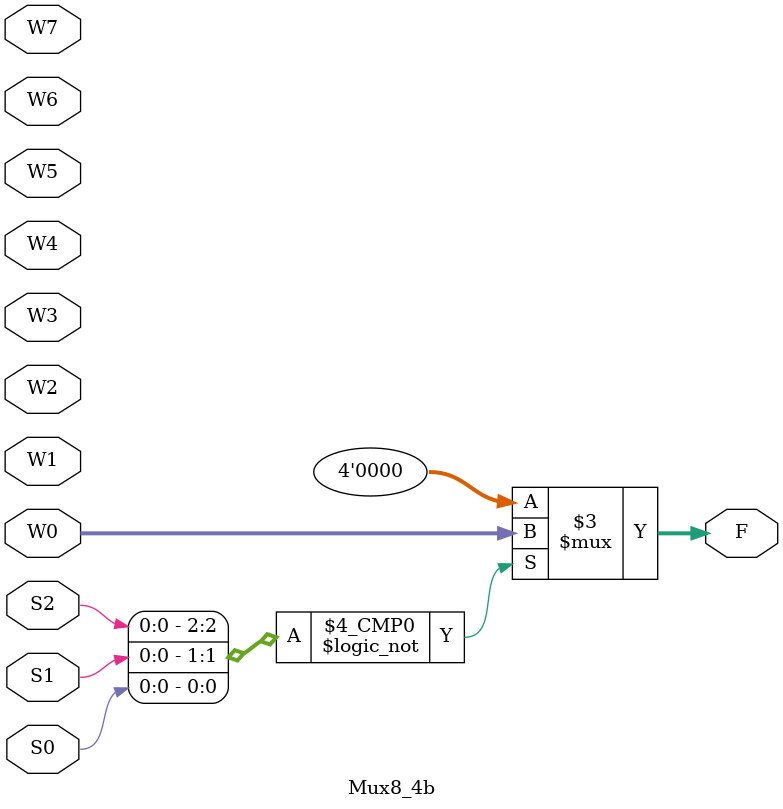
<source format=v>
module Mux8_4b(S2, S1, S0, W0, W1, W2, W3, W4, W5, W6, W7, F);
input S2, S1, S0;
input [3:0] W0, W1, W2, W3, W4, W5, W6, W7;
output reg [3:0] F;
		always @(*)
		begin
				
					case({S2, S1, S0})
					
						3'b000:F=W0;
						3'b000:F=W0;
						3'b000:F=W0;
						3'b000:F=W0;
						3'b000:F=W0;
						3'b000:F=W0;
						3'b000:F=W0;
						3'b000:F=W0;
						default:F= 4'b0000;
					endcase
			end
	endmodule
						
</source>
